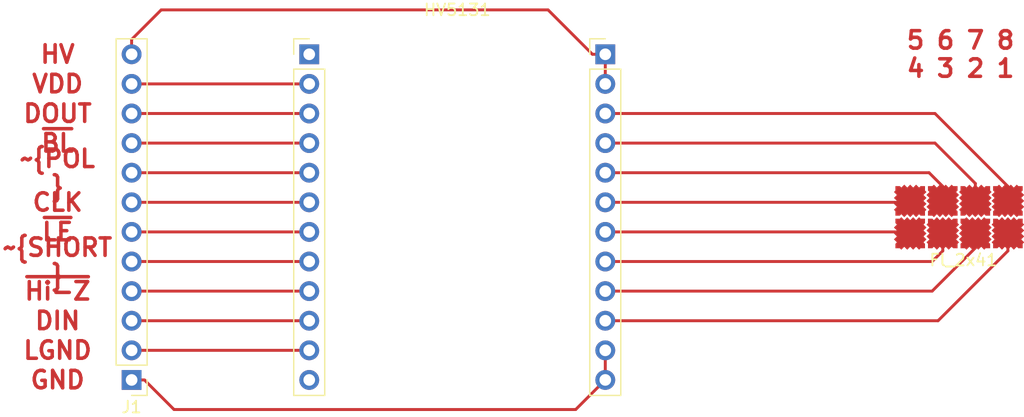
<source format=kicad_pcb>
(kicad_pcb (version 20171130) (host pcbnew "(5.1.2)-1")

  (general
    (thickness 1.6)
    (drawings 13)
    (tracks 43)
    (zones 0)
    (modules 3)
    (nets 23)
  )

  (page A4)
  (layers
    (0 F.Cu signal)
    (31 B.Cu signal)
    (32 B.Adhes user)
    (33 F.Adhes user)
    (34 B.Paste user)
    (35 F.Paste user)
    (36 B.SilkS user)
    (37 F.SilkS user)
    (38 B.Mask user)
    (39 F.Mask user)
    (40 Dwgs.User user)
    (41 Cmts.User user)
    (42 Eco1.User user)
    (43 Eco2.User user)
    (44 Edge.Cuts user)
    (45 Margin user)
    (46 B.CrtYd user)
    (47 F.CrtYd user)
    (48 B.Fab user)
    (49 F.Fab user hide)
  )

  (setup
    (last_trace_width 0.25)
    (trace_clearance 0.2)
    (zone_clearance 0.508)
    (zone_45_only no)
    (trace_min 0.2)
    (via_size 0.8)
    (via_drill 0.4)
    (via_min_size 0.4)
    (via_min_drill 0.3)
    (uvia_size 0.3)
    (uvia_drill 0.1)
    (uvias_allowed no)
    (uvia_min_size 0.2)
    (uvia_min_drill 0.1)
    (edge_width 0.05)
    (segment_width 0.2)
    (pcb_text_width 0.3)
    (pcb_text_size 1.5 1.5)
    (mod_edge_width 0.12)
    (mod_text_size 1 1)
    (mod_text_width 0.15)
    (pad_size 1.524 1.524)
    (pad_drill 0.762)
    (pad_to_mask_clearance 0.051)
    (solder_mask_min_width 0.25)
    (aux_axis_origin 0 0)
    (visible_elements 7FFFFFFF)
    (pcbplotparams
      (layerselection 0x010fc_ffffffff)
      (usegerberextensions false)
      (usegerberattributes false)
      (usegerberadvancedattributes false)
      (creategerberjobfile false)
      (excludeedgelayer true)
      (linewidth 0.100000)
      (plotframeref false)
      (viasonmask false)
      (mode 1)
      (useauxorigin false)
      (hpglpennumber 1)
      (hpglpenspeed 20)
      (hpglpendiameter 15.000000)
      (psnegative false)
      (psa4output false)
      (plotreference true)
      (plotvalue true)
      (plotinvisibletext false)
      (padsonsilk false)
      (subtractmaskfromsilk false)
      (outputformat 1)
      (mirror false)
      (drillshape 1)
      (scaleselection 1)
      (outputdirectory ""))
  )

  (net 0 "")
  (net 1 "Net-(HV5131-Pad12)")
  (net 2 "Net-(HV5131-Pad11)")
  (net 3 "Net-(HV5131-Pad10)")
  (net 4 "Net-(HV5131-Pad9)")
  (net 5 "Net-(HV5131-Pad8)")
  (net 6 "Net-(HV5131-Pad7)")
  (net 7 "Net-(HV5131-Pad6)")
  (net 8 "Net-(HV5131-Pad5)")
  (net 9 "Net-(HV5131-Pad4)")
  (net 10 "Net-(HV5131-Pad3)")
  (net 11 "Net-(HV5131-Pad2)")
  (net 12 "Net-(HV5131-Pad1)")
  (net 13 GND)
  (net 14 HT)
  (net 15 "Net-(Fl_2x41-Pad1)")
  (net 16 "Net-(Fl_2x41-Pad2)")
  (net 17 "Net-(Fl_2x41-Pad3)")
  (net 18 "Net-(Fl_2x41-Pad4)")
  (net 19 "Net-(Fl_2x41-Pad5)")
  (net 20 "Net-(Fl_2x41-Pad6)")
  (net 21 "Net-(Fl_2x41-Pad7)")
  (net 22 "Net-(Fl_2x41-Pad8)")

  (net_class Default "Ceci est la Netclass par défaut."
    (clearance 0.2)
    (trace_width 0.25)
    (via_dia 0.8)
    (via_drill 0.4)
    (uvia_dia 0.3)
    (uvia_drill 0.1)
    (add_net GND)
    (add_net HT)
    (add_net "Net-(Fl_2x41-Pad1)")
    (add_net "Net-(Fl_2x41-Pad2)")
    (add_net "Net-(Fl_2x41-Pad3)")
    (add_net "Net-(Fl_2x41-Pad4)")
    (add_net "Net-(Fl_2x41-Pad5)")
    (add_net "Net-(Fl_2x41-Pad6)")
    (add_net "Net-(Fl_2x41-Pad7)")
    (add_net "Net-(Fl_2x41-Pad8)")
    (add_net "Net-(HV5131-Pad1)")
    (add_net "Net-(HV5131-Pad10)")
    (add_net "Net-(HV5131-Pad11)")
    (add_net "Net-(HV5131-Pad12)")
    (add_net "Net-(HV5131-Pad2)")
    (add_net "Net-(HV5131-Pad3)")
    (add_net "Net-(HV5131-Pad4)")
    (add_net "Net-(HV5131-Pad5)")
    (add_net "Net-(HV5131-Pad6)")
    (add_net "Net-(HV5131-Pad7)")
    (add_net "Net-(HV5131-Pad8)")
    (add_net "Net-(HV5131-Pad9)")
  )

  (module Fluxel_Pad:Fluxel_matrix_2x8 (layer F.Cu) (tedit 5CE68E8A) (tstamp 5CE6F524)
    (at 98.933 35.565)
    (path /5CE79427)
    (fp_text reference Fl_2x41 (at 0.381 3.683) (layer F.SilkS)
      (effects (font (size 1 1) (thickness 0.15)))
    )
    (fp_text value Fluxel_pad_2x4 (at 0.381 -4.437) (layer F.Fab)
      (effects (font (size 1 1) (thickness 0.15)))
    )
    (pad 1 smd custom (at -4.191 -1.397) (size 1.524 1.524) (layers F.Cu F.Paste F.Mask)
      (net 15 "Net-(Fl_2x41-Pad1)") (zone_connect 0)
      (options (clearance outline) (anchor rect))
      (primitives
        (gr_poly (pts
           (xy -1.27 -1.27) (xy -0.889 -1.27) (xy -0.762 -1.143) (xy -0.508 -1.397) (xy -0.254 -1.143)
           (xy 0 -1.397) (xy 0.254 -1.143) (xy 0.508 -1.397) (xy 0.762 -1.143) (xy 0.889 -1.27)
           (xy 1.27 -1.27) (xy 1.27 -0.889) (xy 1.397 -0.762) (xy 1.143 -0.508) (xy 1.397 -0.254)
           (xy 1.143 0) (xy 1.397 0.254) (xy 1.143 0.508) (xy 1.397 0.762) (xy 1.27 0.889)
           (xy 1.27 1.27) (xy 0.889 1.27) (xy 0.762 1.143) (xy 0.508 1.397) (xy 0.254 1.143)
           (xy 0 1.397) (xy -0.254 1.143) (xy -0.508 1.397) (xy -0.762 1.143) (xy -0.889 1.27)
           (xy -1.27 1.27) (xy -1.27 0.889) (xy -1.397 0.762) (xy -1.143 0.508) (xy -1.397 0.254)
           (xy -1.143 0) (xy -1.397 -0.254) (xy -1.143 -0.508) (xy -1.397 -0.762) (xy -1.27 -0.889)
) (width 0))
      ))
    (pad 2 smd custom (at -1.397 -1.397 90) (size 1.524 1.524) (layers F.Cu F.Paste F.Mask)
      (net 16 "Net-(Fl_2x41-Pad2)") (zone_connect 0)
      (options (clearance outline) (anchor rect))
      (primitives
        (gr_poly (pts
           (xy -1.27 -1.27) (xy -0.889 -1.27) (xy -0.762 -1.143) (xy -0.508 -1.397) (xy -0.254 -1.143)
           (xy 0 -1.397) (xy 0.254 -1.143) (xy 0.508 -1.397) (xy 0.762 -1.143) (xy 0.889 -1.27)
           (xy 1.27 -1.27) (xy 1.27 -0.889) (xy 1.397 -0.762) (xy 1.143 -0.508) (xy 1.397 -0.254)
           (xy 1.143 0) (xy 1.397 0.254) (xy 1.143 0.508) (xy 1.397 0.762) (xy 1.27 0.889)
           (xy 1.27 1.27) (xy 0.889 1.27) (xy 0.762 1.143) (xy 0.508 1.397) (xy 0.254 1.143)
           (xy 0 1.397) (xy -0.254 1.143) (xy -0.508 1.397) (xy -0.762 1.143) (xy -0.889 1.27)
           (xy -1.27 1.27) (xy -1.27 0.889) (xy -1.397 0.762) (xy -1.143 0.508) (xy -1.397 0.254)
           (xy -1.143 0) (xy -1.397 -0.254) (xy -1.143 -0.508) (xy -1.397 -0.762) (xy -1.27 -0.889)
) (width 0))
      ))
    (pad 3 smd custom (at 1.397 -1.397) (size 1.524 1.524) (layers F.Cu F.Paste F.Mask)
      (net 17 "Net-(Fl_2x41-Pad3)") (zone_connect 0)
      (options (clearance outline) (anchor rect))
      (primitives
        (gr_poly (pts
           (xy -1.27 -1.27) (xy -0.889 -1.27) (xy -0.762 -1.143) (xy -0.508 -1.397) (xy -0.254 -1.143)
           (xy 0 -1.397) (xy 0.254 -1.143) (xy 0.508 -1.397) (xy 0.762 -1.143) (xy 0.889 -1.27)
           (xy 1.27 -1.27) (xy 1.27 -0.889) (xy 1.397 -0.762) (xy 1.143 -0.508) (xy 1.397 -0.254)
           (xy 1.143 0) (xy 1.397 0.254) (xy 1.143 0.508) (xy 1.397 0.762) (xy 1.27 0.889)
           (xy 1.27 1.27) (xy 0.889 1.27) (xy 0.762 1.143) (xy 0.508 1.397) (xy 0.254 1.143)
           (xy 0 1.397) (xy -0.254 1.143) (xy -0.508 1.397) (xy -0.762 1.143) (xy -0.889 1.27)
           (xy -1.27 1.27) (xy -1.27 0.889) (xy -1.397 0.762) (xy -1.143 0.508) (xy -1.397 0.254)
           (xy -1.143 0) (xy -1.397 -0.254) (xy -1.143 -0.508) (xy -1.397 -0.762) (xy -1.27 -0.889)
) (width 0))
      ))
    (pad 4 smd custom (at 4.191 -1.397 90) (size 1.524 1.524) (layers F.Cu F.Paste F.Mask)
      (net 18 "Net-(Fl_2x41-Pad4)") (zone_connect 0)
      (options (clearance outline) (anchor rect))
      (primitives
        (gr_poly (pts
           (xy -1.27 -1.27) (xy -0.889 -1.27) (xy -0.762 -1.143) (xy -0.508 -1.397) (xy -0.254 -1.143)
           (xy 0 -1.397) (xy 0.254 -1.143) (xy 0.508 -1.397) (xy 0.762 -1.143) (xy 0.889 -1.27)
           (xy 1.27 -1.27) (xy 1.27 -0.889) (xy 1.397 -0.762) (xy 1.143 -0.508) (xy 1.397 -0.254)
           (xy 1.143 0) (xy 1.397 0.254) (xy 1.143 0.508) (xy 1.397 0.762) (xy 1.27 0.889)
           (xy 1.27 1.27) (xy 0.889 1.27) (xy 0.762 1.143) (xy 0.508 1.397) (xy 0.254 1.143)
           (xy 0 1.397) (xy -0.254 1.143) (xy -0.508 1.397) (xy -0.762 1.143) (xy -0.889 1.27)
           (xy -1.27 1.27) (xy -1.27 0.889) (xy -1.397 0.762) (xy -1.143 0.508) (xy -1.397 0.254)
           (xy -1.143 0) (xy -1.397 -0.254) (xy -1.143 -0.508) (xy -1.397 -0.762) (xy -1.27 -0.889)
) (width 0))
      ))
    (pad 5 smd custom (at -4.191 1.397 90) (size 1.524 1.524) (layers F.Cu F.Paste F.Mask)
      (net 19 "Net-(Fl_2x41-Pad5)") (zone_connect 0)
      (options (clearance outline) (anchor rect))
      (primitives
        (gr_poly (pts
           (xy -1.27 -1.27) (xy -0.889 -1.27) (xy -0.762 -1.143) (xy -0.508 -1.397) (xy -0.254 -1.143)
           (xy 0 -1.397) (xy 0.254 -1.143) (xy 0.508 -1.397) (xy 0.762 -1.143) (xy 0.889 -1.27)
           (xy 1.27 -1.27) (xy 1.27 -0.889) (xy 1.397 -0.762) (xy 1.143 -0.508) (xy 1.397 -0.254)
           (xy 1.143 0) (xy 1.397 0.254) (xy 1.143 0.508) (xy 1.397 0.762) (xy 1.27 0.889)
           (xy 1.27 1.27) (xy 0.889 1.27) (xy 0.762 1.143) (xy 0.508 1.397) (xy 0.254 1.143)
           (xy 0 1.397) (xy -0.254 1.143) (xy -0.508 1.397) (xy -0.762 1.143) (xy -0.889 1.27)
           (xy -1.27 1.27) (xy -1.27 0.889) (xy -1.397 0.762) (xy -1.143 0.508) (xy -1.397 0.254)
           (xy -1.143 0) (xy -1.397 -0.254) (xy -1.143 -0.508) (xy -1.397 -0.762) (xy -1.27 -0.889)
) (width 0))
      ))
    (pad 6 smd custom (at -1.397 1.397) (size 1.524 1.524) (layers F.Cu F.Paste F.Mask)
      (net 20 "Net-(Fl_2x41-Pad6)") (zone_connect 0)
      (options (clearance outline) (anchor rect))
      (primitives
        (gr_poly (pts
           (xy -1.27 -1.27) (xy -0.889 -1.27) (xy -0.762 -1.143) (xy -0.508 -1.397) (xy -0.254 -1.143)
           (xy 0 -1.397) (xy 0.254 -1.143) (xy 0.508 -1.397) (xy 0.762 -1.143) (xy 0.889 -1.27)
           (xy 1.27 -1.27) (xy 1.27 -0.889) (xy 1.397 -0.762) (xy 1.143 -0.508) (xy 1.397 -0.254)
           (xy 1.143 0) (xy 1.397 0.254) (xy 1.143 0.508) (xy 1.397 0.762) (xy 1.27 0.889)
           (xy 1.27 1.27) (xy 0.889 1.27) (xy 0.762 1.143) (xy 0.508 1.397) (xy 0.254 1.143)
           (xy 0 1.397) (xy -0.254 1.143) (xy -0.508 1.397) (xy -0.762 1.143) (xy -0.889 1.27)
           (xy -1.27 1.27) (xy -1.27 0.889) (xy -1.397 0.762) (xy -1.143 0.508) (xy -1.397 0.254)
           (xy -1.143 0) (xy -1.397 -0.254) (xy -1.143 -0.508) (xy -1.397 -0.762) (xy -1.27 -0.889)
) (width 0))
      ))
    (pad 7 smd custom (at 1.397 1.397 90) (size 1.524 1.524) (layers F.Cu F.Paste F.Mask)
      (net 21 "Net-(Fl_2x41-Pad7)") (zone_connect 0)
      (options (clearance outline) (anchor rect))
      (primitives
        (gr_poly (pts
           (xy -1.27 -1.27) (xy -0.889 -1.27) (xy -0.762 -1.143) (xy -0.508 -1.397) (xy -0.254 -1.143)
           (xy 0 -1.397) (xy 0.254 -1.143) (xy 0.508 -1.397) (xy 0.762 -1.143) (xy 0.889 -1.27)
           (xy 1.27 -1.27) (xy 1.27 -0.889) (xy 1.397 -0.762) (xy 1.143 -0.508) (xy 1.397 -0.254)
           (xy 1.143 0) (xy 1.397 0.254) (xy 1.143 0.508) (xy 1.397 0.762) (xy 1.27 0.889)
           (xy 1.27 1.27) (xy 0.889 1.27) (xy 0.762 1.143) (xy 0.508 1.397) (xy 0.254 1.143)
           (xy 0 1.397) (xy -0.254 1.143) (xy -0.508 1.397) (xy -0.762 1.143) (xy -0.889 1.27)
           (xy -1.27 1.27) (xy -1.27 0.889) (xy -1.397 0.762) (xy -1.143 0.508) (xy -1.397 0.254)
           (xy -1.143 0) (xy -1.397 -0.254) (xy -1.143 -0.508) (xy -1.397 -0.762) (xy -1.27 -0.889)
) (width 0))
      ))
    (pad 8 smd custom (at 4.191 1.397) (size 1.524 1.524) (layers F.Cu F.Paste F.Mask)
      (net 22 "Net-(Fl_2x41-Pad8)") (zone_connect 0)
      (options (clearance outline) (anchor rect))
      (primitives
        (gr_poly (pts
           (xy -1.27 -1.27) (xy -0.889 -1.27) (xy -0.762 -1.143) (xy -0.508 -1.397) (xy -0.254 -1.143)
           (xy 0 -1.397) (xy 0.254 -1.143) (xy 0.508 -1.397) (xy 0.762 -1.143) (xy 0.889 -1.27)
           (xy 1.27 -1.27) (xy 1.27 -0.889) (xy 1.397 -0.762) (xy 1.143 -0.508) (xy 1.397 -0.254)
           (xy 1.143 0) (xy 1.397 0.254) (xy 1.143 0.508) (xy 1.397 0.762) (xy 1.27 0.889)
           (xy 1.27 1.27) (xy 0.889 1.27) (xy 0.762 1.143) (xy 0.508 1.397) (xy 0.254 1.143)
           (xy 0 1.397) (xy -0.254 1.143) (xy -0.508 1.397) (xy -0.762 1.143) (xy -0.889 1.27)
           (xy -1.27 1.27) (xy -1.27 0.889) (xy -1.397 0.762) (xy -1.143 0.508) (xy -1.397 0.254)
           (xy -1.143 0) (xy -1.397 -0.254) (xy -1.143 -0.508) (xy -1.397 -0.762) (xy -1.27 -0.889)
) (width 0))
      ))
  )

  (module Mount_HV513:Female_Pin_Mount (layer F.Cu) (tedit 5CE67FD4) (tstamp 5CE6F560)
    (at 55.88 21.59)
    (descr "Through hole straight pin header, 1x12, 2.54mm pitch, single row")
    (tags "Through hole pin header THT 1x12 2.54mm single row")
    (path /5CE6689D)
    (fp_text reference HV5131 (at 0 -3.81) (layer F.SilkS)
      (effects (font (size 1 1) (thickness 0.15)))
    )
    (fp_text value HV513 (at 0 31.75) (layer F.Fab)
      (effects (font (size 1 1) (thickness 0.15)))
    )
    (fp_text user %R (at -12.7 13.97 90) (layer F.Fab)
      (effects (font (size 1 1) (thickness 0.15)))
    )
    (fp_line (start -10.9 -1.8) (end -14.5 -1.8) (layer F.CrtYd) (width 0.05))
    (fp_line (start -10.9 29.75) (end -10.9 -1.8) (layer F.CrtYd) (width 0.05))
    (fp_line (start -14.5 29.75) (end -10.9 29.75) (layer F.CrtYd) (width 0.05))
    (fp_line (start -14.5 -1.8) (end -14.5 29.75) (layer F.CrtYd) (width 0.05))
    (fp_line (start -14.03 -1.33) (end -12.7 -1.33) (layer F.SilkS) (width 0.12))
    (fp_line (start -14.03 0) (end -14.03 -1.33) (layer F.SilkS) (width 0.12))
    (fp_line (start -14.03 1.27) (end -11.37 1.27) (layer F.SilkS) (width 0.12))
    (fp_line (start -11.37 1.27) (end -11.37 29.27) (layer F.SilkS) (width 0.12))
    (fp_line (start -14.03 1.27) (end -14.03 29.27) (layer F.SilkS) (width 0.12))
    (fp_line (start -14.03 29.27) (end -11.37 29.27) (layer F.SilkS) (width 0.12))
    (fp_line (start -13.97 -0.635) (end -13.335 -1.27) (layer F.Fab) (width 0.1))
    (fp_line (start -13.97 29.21) (end -13.97 -0.635) (layer F.Fab) (width 0.1))
    (fp_line (start -11.43 29.21) (end -13.97 29.21) (layer F.Fab) (width 0.1))
    (fp_line (start -11.43 -1.27) (end -11.43 29.21) (layer F.Fab) (width 0.1))
    (fp_line (start -13.335 -1.27) (end -11.43 -1.27) (layer F.Fab) (width 0.1))
    (fp_line (start 11.37 29.27) (end 14.03 29.27) (layer F.SilkS) (width 0.12))
    (fp_line (start 13.97 -1.27) (end 13.97 29.21) (layer F.Fab) (width 0.1))
    (fp_line (start 11.37 1.27) (end 11.37 29.27) (layer F.SilkS) (width 0.12))
    (fp_line (start 12.065 -1.27) (end 13.97 -1.27) (layer F.Fab) (width 0.1))
    (fp_line (start 11.43 29.21) (end 11.43 -0.635) (layer F.Fab) (width 0.1))
    (fp_line (start 14.03 1.27) (end 14.03 29.27) (layer F.SilkS) (width 0.12))
    (fp_line (start 11.43 -0.635) (end 12.065 -1.27) (layer F.Fab) (width 0.1))
    (fp_line (start 13.97 29.21) (end 11.43 29.21) (layer F.Fab) (width 0.1))
    (fp_line (start 11.37 1.27) (end 14.03 1.27) (layer F.SilkS) (width 0.12))
    (fp_line (start 10.9 29.75) (end 14.5 29.75) (layer F.CrtYd) (width 0.05))
    (fp_line (start 14.5 -1.8) (end 10.9 -1.8) (layer F.CrtYd) (width 0.05))
    (fp_line (start 14.5 29.75) (end 14.5 -1.8) (layer F.CrtYd) (width 0.05))
    (fp_line (start 11.37 0) (end 11.37 -1.33) (layer F.SilkS) (width 0.12))
    (fp_line (start 11.37 -1.33) (end 12.7 -1.33) (layer F.SilkS) (width 0.12))
    (fp_line (start 10.9 -1.8) (end 10.9 29.75) (layer F.CrtYd) (width 0.05))
    (fp_text user %R (at 12.7 13.97 90) (layer F.Fab)
      (effects (font (size 1 1) (thickness 0.15)))
    )
    (pad 12 thru_hole oval (at -12.7 27.94) (size 1.7 1.7) (drill 1) (layers *.Cu *.Mask)
      (net 1 "Net-(HV5131-Pad12)"))
    (pad 11 thru_hole oval (at -12.7 25.4) (size 1.7 1.7) (drill 1) (layers *.Cu *.Mask)
      (net 2 "Net-(HV5131-Pad11)"))
    (pad 10 thru_hole oval (at -12.7 22.86) (size 1.7 1.7) (drill 1) (layers *.Cu *.Mask)
      (net 3 "Net-(HV5131-Pad10)"))
    (pad 9 thru_hole oval (at -12.7 20.32) (size 1.7 1.7) (drill 1) (layers *.Cu *.Mask)
      (net 4 "Net-(HV5131-Pad9)"))
    (pad 8 thru_hole oval (at -12.7 17.78) (size 1.7 1.7) (drill 1) (layers *.Cu *.Mask)
      (net 5 "Net-(HV5131-Pad8)"))
    (pad 7 thru_hole oval (at -12.7 15.24) (size 1.7 1.7) (drill 1) (layers *.Cu *.Mask)
      (net 6 "Net-(HV5131-Pad7)"))
    (pad 6 thru_hole oval (at -12.7 12.7) (size 1.7 1.7) (drill 1) (layers *.Cu *.Mask)
      (net 7 "Net-(HV5131-Pad6)"))
    (pad 5 thru_hole oval (at -12.7 10.16) (size 1.7 1.7) (drill 1) (layers *.Cu *.Mask)
      (net 8 "Net-(HV5131-Pad5)"))
    (pad 4 thru_hole oval (at -12.7 7.62) (size 1.7 1.7) (drill 1) (layers *.Cu *.Mask)
      (net 9 "Net-(HV5131-Pad4)"))
    (pad 3 thru_hole oval (at -12.7 5.08) (size 1.7 1.7) (drill 1) (layers *.Cu *.Mask)
      (net 10 "Net-(HV5131-Pad3)"))
    (pad 2 thru_hole oval (at -12.7 2.54) (size 1.7 1.7) (drill 1) (layers *.Cu *.Mask)
      (net 11 "Net-(HV5131-Pad2)"))
    (pad 1 thru_hole rect (at -12.7 0) (size 1.7 1.7) (drill 1) (layers *.Cu *.Mask)
      (net 12 "Net-(HV5131-Pad1)"))
    (pad 16 thru_hole oval (at 12.7 7.62) (size 1.7 1.7) (drill 1) (layers *.Cu *.Mask)
      (net 17 "Net-(Fl_2x41-Pad3)"))
    (pad 22 thru_hole oval (at 12.7 22.86) (size 1.7 1.7) (drill 1) (layers *.Cu *.Mask)
      (net 22 "Net-(Fl_2x41-Pad8)"))
    (pad 13 thru_hole rect (at 12.7 0) (size 1.7 1.7) (drill 1) (layers *.Cu *.Mask)
      (net 13 GND))
    (pad 24 thru_hole oval (at 12.7 27.94) (size 1.7 1.7) (drill 1) (layers *.Cu *.Mask)
      (net 14 HT))
    (pad 18 thru_hole oval (at 12.7 12.7) (size 1.7 1.7) (drill 1) (layers *.Cu *.Mask)
      (net 15 "Net-(Fl_2x41-Pad1)"))
    (pad 20 thru_hole oval (at 12.7 17.78) (size 1.7 1.7) (drill 1) (layers *.Cu *.Mask)
      (net 20 "Net-(Fl_2x41-Pad6)"))
    (pad 23 thru_hole oval (at 12.7 25.4) (size 1.7 1.7) (drill 1) (layers *.Cu *.Mask)
      (net 14 HT))
    (pad 21 thru_hole oval (at 12.7 20.32) (size 1.7 1.7) (drill 1) (layers *.Cu *.Mask)
      (net 21 "Net-(Fl_2x41-Pad7)"))
    (pad 19 thru_hole oval (at 12.7 15.24) (size 1.7 1.7) (drill 1) (layers *.Cu *.Mask)
      (net 19 "Net-(Fl_2x41-Pad5)"))
    (pad 14 thru_hole oval (at 12.7 2.54) (size 1.7 1.7) (drill 1) (layers *.Cu *.Mask)
      (net 13 GND))
    (pad 15 thru_hole oval (at 12.7 5.08) (size 1.7 1.7) (drill 1) (layers *.Cu *.Mask)
      (net 18 "Net-(Fl_2x41-Pad4)"))
    (pad 17 thru_hole oval (at 12.7 10.16) (size 1.7 1.7) (drill 1) (layers *.Cu *.Mask)
      (net 16 "Net-(Fl_2x41-Pad2)"))
    (model ${KISYS3DMOD}/Connector_PinHeader_2.54mm.3dshapes/PinHeader_1x12_P2.54mm_Vertical.wrl
      (at (xyz 0 0 0))
      (scale (xyz 1 1 1))
      (rotate (xyz 0 0 0))
    )
  )

  (module Connector_PinHeader_2.54mm:PinHeader_1x12_P2.54mm_Vertical (layer F.Cu) (tedit 59FED5CC) (tstamp 5CE6F580)
    (at 27.94 49.53 180)
    (descr "Through hole straight pin header, 1x12, 2.54mm pitch, single row")
    (tags "Through hole pin header THT 1x12 2.54mm single row")
    (path /5CE6F240)
    (fp_text reference J1 (at 0 -2.33) (layer F.SilkS)
      (effects (font (size 1 1) (thickness 0.15)))
    )
    (fp_text value Conn_01x12_Female (at 0 30.27) (layer F.Fab)
      (effects (font (size 1 1) (thickness 0.15)))
    )
    (fp_line (start -0.635 -1.27) (end 1.27 -1.27) (layer F.Fab) (width 0.1))
    (fp_line (start 1.27 -1.27) (end 1.27 29.21) (layer F.Fab) (width 0.1))
    (fp_line (start 1.27 29.21) (end -1.27 29.21) (layer F.Fab) (width 0.1))
    (fp_line (start -1.27 29.21) (end -1.27 -0.635) (layer F.Fab) (width 0.1))
    (fp_line (start -1.27 -0.635) (end -0.635 -1.27) (layer F.Fab) (width 0.1))
    (fp_line (start -1.33 29.27) (end 1.33 29.27) (layer F.SilkS) (width 0.12))
    (fp_line (start -1.33 1.27) (end -1.33 29.27) (layer F.SilkS) (width 0.12))
    (fp_line (start 1.33 1.27) (end 1.33 29.27) (layer F.SilkS) (width 0.12))
    (fp_line (start -1.33 1.27) (end 1.33 1.27) (layer F.SilkS) (width 0.12))
    (fp_line (start -1.33 0) (end -1.33 -1.33) (layer F.SilkS) (width 0.12))
    (fp_line (start -1.33 -1.33) (end 0 -1.33) (layer F.SilkS) (width 0.12))
    (fp_line (start -1.8 -1.8) (end -1.8 29.75) (layer F.CrtYd) (width 0.05))
    (fp_line (start -1.8 29.75) (end 1.8 29.75) (layer F.CrtYd) (width 0.05))
    (fp_line (start 1.8 29.75) (end 1.8 -1.8) (layer F.CrtYd) (width 0.05))
    (fp_line (start 1.8 -1.8) (end -1.8 -1.8) (layer F.CrtYd) (width 0.05))
    (fp_text user %R (at 0 13.97 90) (layer F.Fab)
      (effects (font (size 1 1) (thickness 0.15)))
    )
    (pad 1 thru_hole rect (at 0 0 180) (size 1.7 1.7) (drill 1) (layers *.Cu *.Mask)
      (net 14 HT))
    (pad 2 thru_hole oval (at 0 2.54 180) (size 1.7 1.7) (drill 1) (layers *.Cu *.Mask)
      (net 2 "Net-(HV5131-Pad11)"))
    (pad 3 thru_hole oval (at 0 5.08 180) (size 1.7 1.7) (drill 1) (layers *.Cu *.Mask)
      (net 3 "Net-(HV5131-Pad10)"))
    (pad 4 thru_hole oval (at 0 7.62 180) (size 1.7 1.7) (drill 1) (layers *.Cu *.Mask)
      (net 4 "Net-(HV5131-Pad9)"))
    (pad 5 thru_hole oval (at 0 10.16 180) (size 1.7 1.7) (drill 1) (layers *.Cu *.Mask)
      (net 5 "Net-(HV5131-Pad8)"))
    (pad 6 thru_hole oval (at 0 12.7 180) (size 1.7 1.7) (drill 1) (layers *.Cu *.Mask)
      (net 6 "Net-(HV5131-Pad7)"))
    (pad 7 thru_hole oval (at 0 15.24 180) (size 1.7 1.7) (drill 1) (layers *.Cu *.Mask)
      (net 7 "Net-(HV5131-Pad6)"))
    (pad 8 thru_hole oval (at 0 17.78 180) (size 1.7 1.7) (drill 1) (layers *.Cu *.Mask)
      (net 8 "Net-(HV5131-Pad5)"))
    (pad 9 thru_hole oval (at 0 20.32 180) (size 1.7 1.7) (drill 1) (layers *.Cu *.Mask)
      (net 9 "Net-(HV5131-Pad4)"))
    (pad 10 thru_hole oval (at 0 22.86 180) (size 1.7 1.7) (drill 1) (layers *.Cu *.Mask)
      (net 10 "Net-(HV5131-Pad3)"))
    (pad 11 thru_hole oval (at 0 25.4 180) (size 1.7 1.7) (drill 1) (layers *.Cu *.Mask)
      (net 11 "Net-(HV5131-Pad2)"))
    (pad 12 thru_hole oval (at 0 27.94 180) (size 1.7 1.7) (drill 1) (layers *.Cu *.Mask)
      (net 13 GND))
    (model ${KISYS3DMOD}/Connector_PinHeader_2.54mm.3dshapes/PinHeader_1x12_P2.54mm_Vertical.wrl
      (at (xyz 0 0 0))
      (scale (xyz 1 1 1))
      (rotate (xyz 0 0 0))
    )
  )

  (gr_text "5 6 7 8\n4 3 2 1" (at 99.06 21.59) (layer F.Cu)
    (effects (font (size 1.5 1.5) (thickness 0.3)))
  )
  (gr_text "HV\n" (at 21.59 21.59) (layer F.Cu)
    (effects (font (size 1.5 1.5) (thickness 0.3)))
  )
  (gr_text "LGND\n" (at 21.59 46.99) (layer F.Cu)
    (effects (font (size 1.5 1.5) (thickness 0.3)))
  )
  (gr_text "DIN\n" (at 21.59 44.45) (layer F.Cu)
    (effects (font (size 1.5 1.5) (thickness 0.3)))
  )
  (gr_text ~Hi-Z (at 21.59 41.91) (layer F.Cu)
    (effects (font (size 1.5 1.5) (thickness 0.3)))
  )
  (gr_text "~SHORT\n" (at 21.59 39.37) (layer F.Cu)
    (effects (font (size 1.5 1.5) (thickness 0.3)))
  )
  (gr_text ~LE (at 21.59 36.83) (layer F.Cu)
    (effects (font (size 1.5 1.5) (thickness 0.3)))
  )
  (gr_text "CLK\n" (at 21.59 34.29) (layer F.Cu)
    (effects (font (size 1.5 1.5) (thickness 0.3)))
  )
  (gr_text "~POL\n" (at 21.59 31.75) (layer F.Cu)
    (effects (font (size 1.5 1.5) (thickness 0.3)))
  )
  (gr_text ~BL (at 21.59 29.21) (layer F.Cu)
    (effects (font (size 1.5 1.5) (thickness 0.3)))
  )
  (gr_text "DOUT\n" (at 21.59 26.67) (layer F.Cu)
    (effects (font (size 1.5 1.5) (thickness 0.3)))
  )
  (gr_text "VDD\n" (at 21.59 24.13) (layer F.Cu)
    (effects (font (size 1.5 1.5) (thickness 0.3)))
  )
  (gr_text GND (at 21.59 49.53) (layer F.Cu)
    (effects (font (size 1.5 1.5) (thickness 0.3)))
  )

  (segment (start 43.18 46.99) (end 27.94 46.99) (width 0.25) (layer F.Cu) (net 2))
  (segment (start 27.94 44.45) (end 43.18 44.45) (width 0.25) (layer F.Cu) (net 3))
  (segment (start 43.18 41.91) (end 27.94 41.91) (width 0.25) (layer F.Cu) (net 4))
  (segment (start 27.94 39.37) (end 43.18 39.37) (width 0.25) (layer F.Cu) (net 5))
  (segment (start 43.18 36.83) (end 27.94 36.83) (width 0.25) (layer F.Cu) (net 6))
  (segment (start 27.94 34.29) (end 43.18 34.29) (width 0.25) (layer F.Cu) (net 7))
  (segment (start 43.18 31.75) (end 27.94 31.75) (width 0.25) (layer F.Cu) (net 8))
  (segment (start 27.94 29.21) (end 43.18 29.21) (width 0.25) (layer F.Cu) (net 9))
  (segment (start 27.94 26.67) (end 43.18 26.67) (width 0.25) (layer F.Cu) (net 10))
  (segment (start 27.94 24.13) (end 43.18 24.13) (width 0.25) (layer F.Cu) (net 11))
  (segment (start 27.94 21.59) (end 27.94 20.32) (width 0.25) (layer F.Cu) (net 13))
  (segment (start 27.94 20.32) (end 30.48 17.78) (width 0.25) (layer F.Cu) (net 13))
  (segment (start 67.48 21.59) (end 68.58 21.59) (width 0.25) (layer F.Cu) (net 13))
  (segment (start 63.67 17.78) (end 67.48 21.59) (width 0.25) (layer F.Cu) (net 13))
  (segment (start 30.48 17.78) (end 63.67 17.78) (width 0.25) (layer F.Cu) (net 13))
  (segment (start 68.58 21.59) (end 68.58 24.13) (width 0.25) (layer F.Cu) (net 13))
  (segment (start 29.04 49.53) (end 31.58 52.07) (width 0.25) (layer F.Cu) (net 14))
  (segment (start 27.94 49.53) (end 29.04 49.53) (width 0.25) (layer F.Cu) (net 14))
  (segment (start 66.04 52.07) (end 68.58 49.53) (width 0.25) (layer F.Cu) (net 14))
  (segment (start 31.58 52.07) (end 66.04 52.07) (width 0.25) (layer F.Cu) (net 14))
  (segment (start 68.58 46.99) (end 68.58 49.53) (width 0.25) (layer F.Cu) (net 14))
  (segment (start 94.62 34.29) (end 94.742 34.168) (width 0.25) (layer F.Cu) (net 15))
  (segment (start 68.58 34.29) (end 94.62 34.29) (width 0.25) (layer F.Cu) (net 15))
  (segment (start 97.536 32.925) (end 97.536 34.168) (width 0.25) (layer F.Cu) (net 16))
  (segment (start 96.361 31.75) (end 97.536 32.925) (width 0.25) (layer F.Cu) (net 16))
  (segment (start 68.58 31.75) (end 96.361 31.75) (width 0.25) (layer F.Cu) (net 16))
  (segment (start 100.33 32.671) (end 100.33 34.168) (width 0.25) (layer F.Cu) (net 17))
  (segment (start 96.869 29.21) (end 100.33 32.671) (width 0.25) (layer F.Cu) (net 17))
  (segment (start 68.58 29.21) (end 96.869 29.21) (width 0.25) (layer F.Cu) (net 17))
  (segment (start 103.124 32.925) (end 103.124 34.168) (width 0.25) (layer F.Cu) (net 18))
  (segment (start 96.869 26.67) (end 103.124 32.925) (width 0.25) (layer F.Cu) (net 18))
  (segment (start 68.58 26.67) (end 96.869 26.67) (width 0.25) (layer F.Cu) (net 18))
  (segment (start 94.61 36.83) (end 94.742 36.962) (width 0.25) (layer F.Cu) (net 19))
  (segment (start 68.58 36.83) (end 94.61 36.83) (width 0.25) (layer F.Cu) (net 19))
  (segment (start 97.536 38.459) (end 97.536 36.962) (width 0.25) (layer F.Cu) (net 20))
  (segment (start 96.625 39.37) (end 97.536 38.459) (width 0.25) (layer F.Cu) (net 20))
  (segment (start 68.58 39.37) (end 96.625 39.37) (width 0.25) (layer F.Cu) (net 20))
  (segment (start 100.33 38.205) (end 100.33 36.962) (width 0.25) (layer F.Cu) (net 21))
  (segment (start 96.625 41.91) (end 100.33 38.205) (width 0.25) (layer F.Cu) (net 21))
  (segment (start 68.58 41.91) (end 96.625 41.91) (width 0.25) (layer F.Cu) (net 21))
  (segment (start 103.124 38.459) (end 103.124 36.962) (width 0.25) (layer F.Cu) (net 22))
  (segment (start 97.133 44.45) (end 103.124 38.459) (width 0.25) (layer F.Cu) (net 22))
  (segment (start 68.58 44.45) (end 97.133 44.45) (width 0.25) (layer F.Cu) (net 22))

)

</source>
